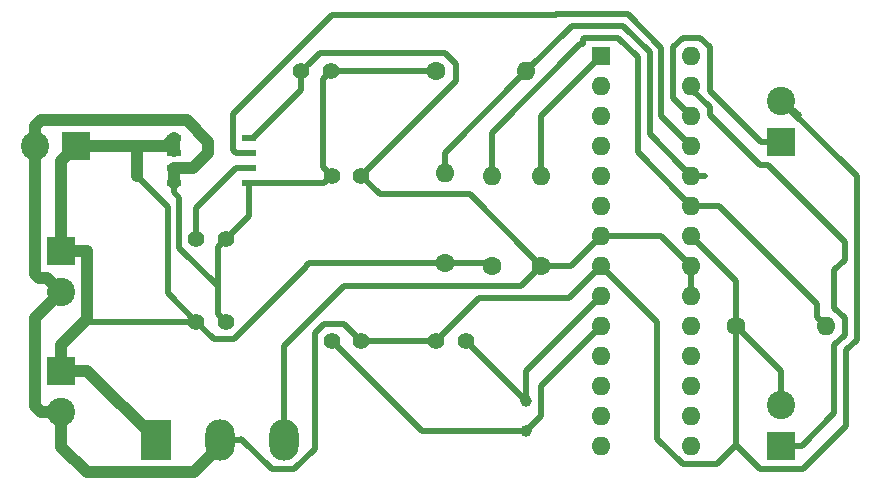
<source format=gbr>
G04 #@! TF.FileFunction,Copper,L1,Top,Signal*
%FSLAX46Y46*%
G04 Gerber Fmt 4.6, Leading zero omitted, Abs format (unit mm)*
G04 Created by KiCad (PCBNEW 4.0.5) date Sunday, June 18, 2017 'PMt' 06:21:00 PM*
%MOMM*%
%LPD*%
G01*
G04 APERTURE LIST*
%ADD10C,1.500000*%
%ADD11C,1.400000*%
%ADD12R,1.600000X1.600000*%
%ADD13O,1.600000X1.600000*%
%ADD14C,2.400000*%
%ADD15R,2.400000X2.400000*%
%ADD16C,1.600000*%
%ADD17R,1.143000X0.508000*%
%ADD18R,2.500000X3.500000*%
%ADD19O,2.500000X3.500000*%
%ADD20C,1.000000*%
%ADD21C,0.500000*%
%ADD22C,1.000000*%
G04 APERTURE END LIST*
D10*
D11*
X129500000Y-126000000D03*
X127000000Y-126000000D03*
X127000000Y-133000000D03*
X129500000Y-133000000D03*
X135890000Y-111760000D03*
X138390000Y-111760000D03*
X149820000Y-134620000D03*
X147320000Y-134620000D03*
X138470000Y-134620000D03*
X140970000Y-134620000D03*
X138470000Y-120650000D03*
X140970000Y-120650000D03*
D12*
X161290000Y-110490000D03*
D13*
X168910000Y-143510000D03*
X161290000Y-113030000D03*
X168910000Y-140970000D03*
X161290000Y-115570000D03*
X168910000Y-138430000D03*
X161290000Y-118110000D03*
X168910000Y-135890000D03*
X161290000Y-120650000D03*
X168910000Y-133350000D03*
X161290000Y-123190000D03*
X168910000Y-130810000D03*
X161290000Y-125730000D03*
X168910000Y-128270000D03*
X161290000Y-128270000D03*
X168910000Y-125730000D03*
X161290000Y-130810000D03*
X168910000Y-123190000D03*
X161290000Y-133350000D03*
X168910000Y-120650000D03*
X161290000Y-135890000D03*
X168910000Y-118110000D03*
X161290000Y-138430000D03*
X168910000Y-115570000D03*
X161290000Y-140970000D03*
X168910000Y-113030000D03*
X161290000Y-143510000D03*
X168910000Y-110490000D03*
D14*
X113340000Y-118110000D03*
D15*
X116840000Y-118110000D03*
D14*
X115570000Y-130500000D03*
D15*
X115570000Y-127000000D03*
D14*
X115570000Y-140660000D03*
D15*
X115570000Y-137160000D03*
D14*
X176530000Y-114300000D03*
D15*
X176530000Y-117800000D03*
D14*
X176530000Y-140010000D03*
D15*
X176530000Y-143510000D03*
D16*
X148000000Y-128000000D03*
D13*
X148000000Y-120380000D03*
D16*
X147320000Y-111760000D03*
D13*
X154940000Y-111760000D03*
D16*
X152000000Y-128270000D03*
D13*
X152000000Y-120650000D03*
D16*
X172720000Y-133350000D03*
D13*
X180340000Y-133350000D03*
D16*
X156210000Y-128270000D03*
D13*
X156210000Y-120650000D03*
D17*
X131445000Y-117475000D03*
X131445000Y-118745000D03*
X131445000Y-120015000D03*
X131445000Y-121285000D03*
X125095000Y-121285000D03*
X125095000Y-120015000D03*
X125095000Y-118745000D03*
X125095000Y-117475000D03*
D18*
X123550000Y-143000000D03*
D19*
X129000000Y-143000000D03*
X134450000Y-143000000D03*
D20*
X154940000Y-139700000D03*
X154940000Y-142240000D03*
D21*
X138390000Y-111760000D02*
X137690001Y-112459999D01*
X137690001Y-112459999D02*
X137690001Y-119870001D01*
X137690001Y-119870001D02*
X137770001Y-119950001D01*
X137770001Y-119950001D02*
X138470000Y-120650000D01*
X125095000Y-122039000D02*
X125095000Y-121285000D01*
X125549999Y-122493999D02*
X125095000Y-122039000D01*
X128800001Y-130000000D02*
X125549999Y-126749998D01*
X125549999Y-126749998D02*
X125549999Y-122493999D01*
X128800001Y-130000000D02*
X128800001Y-132300001D01*
X128800001Y-126699999D02*
X128800001Y-130000000D01*
X129500000Y-126000000D02*
X128800001Y-126699999D01*
X128800001Y-132300001D02*
X129500000Y-133000000D01*
X131445000Y-121285000D02*
X131445000Y-124055000D01*
X131445000Y-124055000D02*
X129500000Y-126000000D01*
D22*
X128000000Y-117754498D02*
X128000000Y-118681500D01*
X126155501Y-115909999D02*
X128000000Y-117754498D01*
D21*
X161290000Y-128270000D02*
X166000000Y-132980000D01*
X166000000Y-132980000D02*
X166000000Y-142894002D01*
X166000000Y-142894002D02*
X168165999Y-145060001D01*
X168165999Y-145060001D02*
X171110001Y-145060001D01*
X171110001Y-145060001D02*
X172720000Y-143450002D01*
X147320000Y-134620000D02*
X150940000Y-131000000D01*
X150940000Y-131000000D02*
X158560000Y-131000000D01*
X158560000Y-131000000D02*
X160490001Y-129069999D01*
X160490001Y-129069999D02*
X161290000Y-128270000D01*
X130810000Y-142940000D02*
X133370010Y-145500010D01*
X133370010Y-145500010D02*
X135278431Y-145500010D01*
X137019999Y-143758442D02*
X137019999Y-133923999D01*
X135278431Y-145500010D02*
X137019999Y-143758442D01*
X137019999Y-133923999D02*
X137773999Y-133169999D01*
X137773999Y-133169999D02*
X139519999Y-133169999D01*
X139519999Y-133169999D02*
X140270001Y-133920001D01*
X140270001Y-133920001D02*
X140970000Y-134620000D01*
X130810000Y-142940000D02*
X130750000Y-143000000D01*
X130750000Y-143000000D02*
X129000000Y-143000000D01*
X182000000Y-135398231D02*
X182000000Y-141790002D01*
X178330001Y-145460001D02*
X174729999Y-145460001D01*
X172720000Y-134481370D02*
X172720000Y-133350000D01*
X182000000Y-141790002D02*
X178330001Y-145460001D01*
X174729999Y-145460001D02*
X172720000Y-143450002D01*
X172720000Y-143450002D02*
X172720000Y-134481370D01*
X176530000Y-114300000D02*
X177729999Y-115499999D01*
X176530000Y-114300000D02*
X182890012Y-120660012D01*
X177729999Y-115499999D02*
X177980001Y-115499999D01*
X177980001Y-115499999D02*
X176530000Y-114300000D01*
X182890012Y-120660012D02*
X182890012Y-134508219D01*
X182890012Y-134508219D02*
X182000000Y-135398231D01*
X176530000Y-140010000D02*
X176530000Y-137160000D01*
X176530000Y-137160000D02*
X172720000Y-133350000D01*
X172720000Y-133350000D02*
X172720000Y-129540000D01*
X172720000Y-129540000D02*
X168910000Y-125730000D01*
X147320000Y-111760000D02*
X146188630Y-111760000D01*
X146188630Y-111760000D02*
X138390000Y-111760000D01*
X131445000Y-121285000D02*
X137835000Y-121285000D01*
X137835000Y-121285000D02*
X138470000Y-120650000D01*
X147320000Y-134620000D02*
X140970000Y-134620000D01*
X128000000Y-118681500D02*
X128000000Y-118911500D01*
D22*
X125095000Y-120905000D02*
X125095000Y-121285000D01*
X125095000Y-120015000D02*
X125095000Y-120905000D01*
X128000000Y-118681500D02*
X126666500Y-120015000D01*
X126666500Y-120015000D02*
X125095000Y-120015000D01*
X113340000Y-118110000D02*
X113340000Y-116412944D01*
X113340000Y-116412944D02*
X113842945Y-115909999D01*
X113842945Y-115909999D02*
X126155501Y-115909999D01*
X113340000Y-118110000D02*
X113340000Y-128970002D01*
X113340000Y-128970002D02*
X113669999Y-129300001D01*
X113669999Y-129300001D02*
X114370001Y-129300001D01*
X114370001Y-129300001D02*
X115570000Y-130500000D01*
X115570000Y-130500000D02*
X113369999Y-132700001D01*
X113872944Y-140660000D02*
X115570000Y-140660000D01*
X113369999Y-132700001D02*
X113369999Y-140157055D01*
X113369999Y-140157055D02*
X113872944Y-140660000D01*
X115570000Y-143570000D02*
X117750001Y-145750001D01*
X117750001Y-145750001D02*
X126750000Y-145750000D01*
X126750000Y-145750000D02*
X129000000Y-143500000D01*
X129000000Y-143500000D02*
X129000000Y-143000000D01*
X115570000Y-140660000D02*
X115570000Y-143570000D01*
D21*
X127000000Y-126000000D02*
X127000000Y-123388500D01*
X130373500Y-120015000D02*
X131445000Y-120015000D01*
X127000000Y-123388500D02*
X130373500Y-120015000D01*
X124549988Y-130549988D02*
X124549988Y-123239988D01*
X127000000Y-133000000D02*
X124549988Y-130549988D01*
X124549988Y-123239988D02*
X122000000Y-120690000D01*
X127000000Y-133000000D02*
X128450001Y-134450001D01*
X136270000Y-128376002D02*
X136270000Y-128270000D01*
X128450001Y-134450001D02*
X130196001Y-134450001D01*
X130196001Y-134450001D02*
X136270000Y-128376002D01*
X127000000Y-133000000D02*
X118010002Y-133000000D01*
X118010002Y-133000000D02*
X117770001Y-132759999D01*
X148000000Y-128000000D02*
X151730000Y-128000000D01*
X151730000Y-128000000D02*
X152000000Y-128270000D01*
X136270000Y-128270000D02*
X136540000Y-128000000D01*
X136540000Y-128000000D02*
X148000000Y-128000000D01*
D22*
X122000000Y-118110000D02*
X124460000Y-118110000D01*
X116840000Y-118110000D02*
X122000000Y-118110000D01*
X122000000Y-118110000D02*
X122000000Y-120690000D01*
X125095000Y-117475000D02*
X125095000Y-118514990D01*
X124460000Y-118110000D02*
X125095000Y-117475000D01*
X115570000Y-127000000D02*
X115570000Y-119380000D01*
X115570000Y-119380000D02*
X116840000Y-118110000D01*
X115570000Y-137160000D02*
X115570000Y-134960000D01*
X115570000Y-134960000D02*
X117770001Y-132759999D01*
X117770001Y-132759999D02*
X117770000Y-127000000D01*
X117770000Y-127000000D02*
X115570000Y-127000000D01*
X115570000Y-137160000D02*
X117770000Y-137160000D01*
X117770000Y-137160000D02*
X123550000Y-142940000D01*
X123550000Y-142940000D02*
X123550000Y-143000000D01*
D21*
X149000000Y-112620000D02*
X149000000Y-111145998D01*
X149000000Y-111145998D02*
X148064001Y-110209999D01*
X148064001Y-110209999D02*
X137440001Y-110209999D01*
X137440001Y-110209999D02*
X136589999Y-111060001D01*
X136589999Y-111060001D02*
X135890000Y-111760000D01*
X140970000Y-120650000D02*
X149000000Y-112620000D01*
X134450000Y-140750000D02*
X134450000Y-143000000D01*
X134450000Y-135079769D02*
X134450000Y-140750000D01*
X156210000Y-128270000D02*
X154480000Y-130000000D01*
X154480000Y-130000000D02*
X139529769Y-130000000D01*
X139529769Y-130000000D02*
X134450000Y-135079769D01*
X168910000Y-128270000D02*
X168910000Y-130810000D01*
X161290000Y-125730000D02*
X166370000Y-125730000D01*
X166370000Y-125730000D02*
X168910000Y-128270000D01*
X156210000Y-128270000D02*
X158750000Y-128270000D01*
X158750000Y-128270000D02*
X161290000Y-125730000D01*
X140970000Y-120650000D02*
X142520001Y-122200001D01*
X142520001Y-122200001D02*
X150140001Y-122200001D01*
X155410001Y-127470001D02*
X156210000Y-128270000D01*
X150140001Y-122200001D02*
X155410001Y-127470001D01*
X135890000Y-111760000D02*
X135890000Y-113347500D01*
X135890000Y-113347500D02*
X131762500Y-117475000D01*
X131762500Y-117475000D02*
X131445000Y-117475000D01*
X154940000Y-139700000D02*
X154940000Y-137160000D01*
X154940000Y-137160000D02*
X161290000Y-130810000D01*
X149820000Y-134620000D02*
X154900000Y-139700000D01*
X154900000Y-139700000D02*
X154940000Y-139700000D01*
X154940000Y-142240000D02*
X156190001Y-140989999D01*
X156190001Y-140989999D02*
X156190001Y-138449999D01*
X156190001Y-138449999D02*
X160490001Y-134149999D01*
X160490001Y-134149999D02*
X161290000Y-133350000D01*
X138470000Y-134620000D02*
X146090000Y-142240000D01*
X146090000Y-142240000D02*
X154940000Y-142240000D01*
X156210000Y-115570000D02*
X161290000Y-110490000D01*
X156210000Y-120650000D02*
X156210000Y-115570000D01*
X152000000Y-120650000D02*
X152000000Y-116994002D01*
X159494001Y-109500001D02*
X159739999Y-109500001D01*
X152000000Y-116994002D02*
X159494001Y-109500001D01*
X168110001Y-122390001D02*
X168910000Y-123190000D01*
X164359966Y-118639966D02*
X168110001Y-122390001D01*
X164359966Y-110609964D02*
X164359966Y-118639966D01*
X162690001Y-108939999D02*
X164359966Y-110609964D01*
X159889999Y-108939999D02*
X162690001Y-108939999D01*
X159739999Y-109089999D02*
X159889999Y-108939999D01*
X159739999Y-109500001D02*
X159739999Y-109089999D01*
X180340000Y-133350000D02*
X179540001Y-132550001D01*
X179540001Y-132550001D02*
X179540001Y-131525999D01*
X179540001Y-131525999D02*
X171204002Y-123190000D01*
X171204002Y-123190000D02*
X170041370Y-123190000D01*
X170041370Y-123190000D02*
X168910000Y-123190000D01*
X148000000Y-120380000D02*
X148000000Y-118700000D01*
X148000000Y-118700000D02*
X154940000Y-111760000D01*
X168110001Y-119850001D02*
X168910000Y-120650000D01*
X163104219Y-107939988D02*
X165359977Y-110195746D01*
X158760012Y-107939988D02*
X163104219Y-107939988D01*
X154940000Y-111760000D02*
X158760012Y-107939988D01*
X165359977Y-110195746D02*
X165359977Y-117099977D01*
X165359977Y-117099977D02*
X168110001Y-119850001D01*
X170041370Y-120650000D02*
X168910000Y-120650000D01*
X138503998Y-107000000D02*
X157405998Y-107000000D01*
X157405998Y-107000000D02*
X157466021Y-106939977D01*
X131445000Y-118745000D02*
X130373500Y-118745000D01*
X130373500Y-118745000D02*
X130123499Y-118494999D01*
X130123499Y-118494999D02*
X130123499Y-115380499D01*
X130123499Y-115380499D02*
X138503998Y-107000000D01*
X168110001Y-117310001D02*
X168910000Y-118110000D01*
X166359988Y-115559988D02*
X168110001Y-117310001D01*
X166359988Y-109781528D02*
X166359988Y-115559988D01*
X157466021Y-106939977D02*
X163518437Y-106939977D01*
X163518437Y-106939977D02*
X166359988Y-109781528D01*
X170460001Y-113430001D02*
X170460001Y-109745999D01*
X176530000Y-117800000D02*
X174830000Y-117800000D01*
X169654001Y-108939999D02*
X168165999Y-108939999D01*
X167359999Y-109745999D02*
X167359999Y-114019999D01*
X167359999Y-114019999D02*
X168110001Y-114770001D01*
X168110001Y-114770001D02*
X168910000Y-115570000D01*
X174830000Y-117800000D02*
X170460001Y-113430001D01*
X170460001Y-109745999D02*
X169654001Y-108939999D01*
X168165999Y-108939999D02*
X167359999Y-109745999D01*
X170460001Y-115480003D02*
X170460001Y-114844230D01*
X170460001Y-114844230D02*
X168910000Y-113294229D01*
X168910000Y-113294229D02*
X168910000Y-113030000D01*
X175384003Y-119750001D02*
X174729999Y-119750001D01*
X174729999Y-119750001D02*
X170460001Y-115480003D01*
X178230000Y-143510000D02*
X180999989Y-140740011D01*
X180999989Y-140740011D02*
X180999989Y-134984013D01*
X181890001Y-127744001D02*
X181890001Y-126255999D01*
X181890001Y-126255999D02*
X175384003Y-119750001D01*
X180999989Y-128634013D02*
X181890001Y-127744001D01*
X180999989Y-131799999D02*
X180999989Y-128634013D01*
X181890001Y-132690011D02*
X180999989Y-131799999D01*
X180999989Y-134984013D02*
X181890001Y-134094001D01*
X181890001Y-134094001D02*
X181890001Y-132690011D01*
X176530000Y-143510000D02*
X178230000Y-143510000D01*
M02*

</source>
